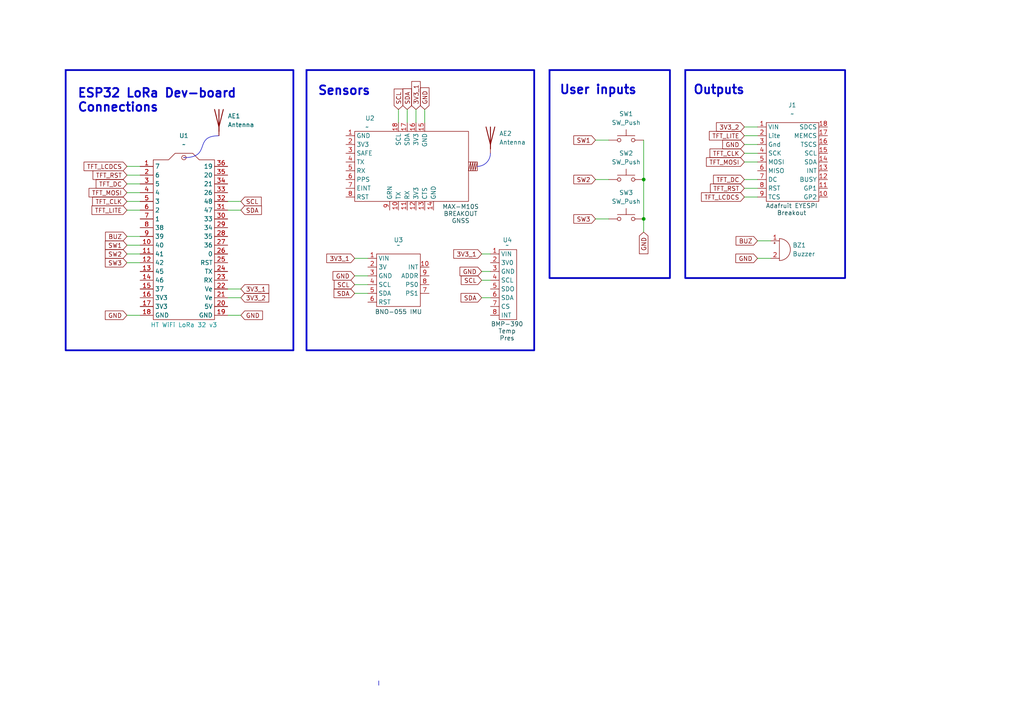
<source format=kicad_sch>
(kicad_sch (version 20250114) (generator "eeschema") (generator_version "9.0")
  (paper "A4")
  (title_block (title "Ski Trax Electronic Schematic") (date "2025-11-06") (rev "v01") (comment 1 "Author: Andrew McKnight"))
  (lib_symbols
    (symbol "Device:Antenna" (pin_numbers (hide yes)) (pin_names (offset 1.016) (hide yes))
      (property "Reference" "AE" (at -1.905 1.905 0))
      (property "Value" "Antenna" (at -1.905 0 0))
      (symbol "Antenna_0_1"
        (polyline (pts (xy 0 2.54) (xy 0 -3.81)) (stroke (width 0.254)))
        (polyline (pts (xy 1.27 2.54) (xy 0 -2.54) (xy -1.27 2.54)) (stroke (width 0.254)))
      )
      (symbol "Antenna_1_1"
        (pin input line (at 0 -5.08 90) (length 2.54) (name "A") (number "1"))
      )
    )
    (symbol "Device:Buzzer" (pin_names (offset 0.0254) (hide yes))
      (property "Reference" "BZ" (at 3.81 1.27 0))
      (property "Value" "Buzzer" (at 3.81 -1.27 0))
      (symbol "Buzzer_0_1"
        (polyline (pts (xy -1.651 1.905) (xy -1.143 1.905)))
        (polyline (pts (xy -1.397 2.159) (xy -1.397 1.651)))
        (arc (start 0 3.175) (mid 3.1612 0) (end 0 -3.175))
        (polyline (pts (xy 0 3.175) (xy 0 -3.175)))
      )
      (symbol "Buzzer_1_1"
        (pin passive line (at -2.54 2.54 0) (length 2.54) (name "+") (number "1"))
        (pin passive line (at -2.54 -2.54 0) (length 2.54) (name "-") (number "2"))
      )
    )
    (symbol "Switch:SW_Push" (pin_numbers (hide yes)) (pin_names (offset 1.016) (hide yes))
      (property "Reference" "SW" (at 1.27 2.54 0))
      (property "Value" "SW_Push" (at 0 -1.524 0))
      (symbol "SW_Push_0_1"
        (circle (center -2.032 0) (radius 0.508))
        (polyline (pts (xy 0 1.27) (xy 0 3.048)))
        (circle (center 2.032 0) (radius 0.508))
        (polyline (pts (xy 2.54 1.27) (xy -2.54 1.27)))
        (pin passive line (at -5.08 0 0) (length 2.54) (name "1") (number "1"))
        (pin passive line (at 5.08 0 180) (length 2.54) (name "2") (number "2"))
      )
    )
    (symbol "ski_trax:Adafruit_EYESPI_breakout"
      (property "Reference" "J" (at -0.254 12.7 0))
      (symbol "Adafruit_EYESPI_breakout_0_1"
        (polyline (pts (xy -7.62 11.43) (xy -7.62 -11.43) (xy 7.62 -11.43) (xy 7.62 11.43) (xy -7.62 11.43)))
      )
      (symbol "Adafruit_EYESPI_breakout_1_0"
        (pin passive line (at -10.16 10.16 0) (length 2.54) (name "VIN") (number "1"))
        (pin passive line (at -10.16 7.62 0) (length 2.54) (name "Lite") (number "2"))
        (pin passive line (at -10.16 5.08 0) (length 2.54) (name "Gnd") (number "3"))
        (pin passive line (at -10.16 2.54 0) (length 2.54) (name "SCK") (number "4"))
        (pin passive line (at -10.16 0 0) (length 2.54) (name "MOSI") (number "5"))
        (pin passive line (at -10.16 -2.54 0) (length 2.54) (name "MISO") (number "6"))
        (pin passive line (at -10.16 -5.08 0) (length 2.54) (name "DC") (number "7"))
        (pin passive line (at -10.16 -7.62 0) (length 2.54) (name "RST") (number "8"))
        (pin passive line (at -10.16 -10.16 0) (length 2.54) (name "TCS") (number "9"))
        (pin passive line (at 10.16 10.16 180) (length 2.54) (name "SDCS") (number "18"))
        (pin passive line (at 10.16 7.62 180) (length 2.54) (name "MEMCS") (number "17"))
        (pin passive line (at 10.16 5.08 180) (length 2.54) (name "TSCS") (number "16"))
        (pin passive line (at 10.16 2.54 180) (length 2.54) (name "SCL") (number "15"))
        (pin passive line (at 10.16 0 180) (length 2.54) (name "SDA") (number "14"))
        (pin passive line (at 10.16 -2.54 180) (length 2.54) (name "INT") (number "13"))
        (pin passive line (at 10.16 -5.08 180) (length 2.54) (name "BUSY") (number "12"))
        (pin passive line (at 10.16 -7.62 180) (length 2.54) (name "GP1") (number "11"))
        (pin passive line (at 10.16 -10.16 180) (length 2.54) (name "GP2") (number "10"))
      )
      (symbol "Adafruit_EYESPI_breakout_1_1"
        (text "Adafruit EYESPI\nBreakout" (at -0.254 -13.716 0) (effects (font (size 1.27 1.27))))
      )
    )
    (symbol "ski_trax:BMP390"
      (property "Reference" "U" (at 0 11.43 0))
      (symbol "BMP390_0_1"
        (polyline (pts (xy -2.54 10.16) (xy -2.54 -10.16) (xy 2.54 -10.16) (xy 2.54 10.16) (xy -2.54 10.16)))
      )
      (symbol "BMP390_1_0"
        (pin passive line (at -5.08 8.89 0) (length 2.54) (name "VIN") (number "1"))
        (pin passive line (at -5.08 6.35 0) (length 2.54) (name "3V0") (number "2"))
        (pin passive line (at -5.08 3.81 0) (length 2.54) (name "GND") (number "3"))
        (pin passive line (at -5.08 1.27 0) (length 2.54) (name "SCL") (number "4"))
        (pin passive line (at -5.08 -1.27 0) (length 2.54) (name "SDO") (number "5"))
        (pin passive line (at -5.08 -3.81 0) (length 2.54) (name "SDA") (number "6"))
        (pin passive line (at -5.08 -6.35 0) (length 2.54) (name "CS") (number "7"))
        (pin passive line (at -5.08 -8.89 0) (length 2.54) (name "INT") (number "8"))
      )
      (symbol "BMP390_1_1"
        (text "BMP-390\nTemp\nPres\n" (at -0.254 -13.462 0) (effects (font (size 1.27 1.27))))
      )
    )
    (symbol "ski_trax:BNO055"
      (property "Reference" "U" (at 0 8.89 0))
      (symbol "BNO055_0_1"
        (polyline (pts (xy -6.35 7.62) (xy -6.35 -7.62) (xy 6.35 -7.62) (xy 6.35 7.62) (xy -6.35 7.62)))
      )
      (symbol "BNO055_1_0"
        (pin passive line (at -8.89 6.35 0) (length 2.54) (name "VIN") (number "1"))
        (pin passive line (at -8.89 3.81 0) (length 2.54) (name "3V") (number "2"))
        (pin passive line (at -8.89 1.27 0) (length 2.54) (name "GND") (number "3"))
        (pin passive line (at -8.89 -1.27 0) (length 2.54) (name "SCL") (number "4"))
        (pin passive line (at -8.89 -3.81 0) (length 2.54) (name "SDA") (number "5"))
        (pin passive line (at -8.89 -6.35 0) (length 2.54) (name "RST") (number "6"))
        (pin passive line (at 8.89 3.81 180) (length 2.54) (name "INT") (number "10"))
        (pin passive line (at 8.89 1.27 180) (length 2.54) (name "ADDR") (number "9"))
        (pin passive line (at 8.89 -1.27 180) (length 2.54) (name "PS0") (number "8"))
        (pin passive line (at 8.89 -3.81 180) (length 2.54) (name "PS1") (number "7"))
      )
      (symbol "BNO055_1_1"
        (text "BNO-055 IMU" (at 0 -9.144 0) (effects (font (size 1.27 1.27))))
      )
    )
    (symbol "ski_trax:ht_wifi_lora_32_v3"
      (property "Reference" "U" (at 0 26.416 0))
      (symbol "ht_wifi_lora_32_v3_0_1"
        (polyline (pts (xy -8.89 -22.86) (xy 8.89 -22.86) (xy 8.89 23.495) (xy 4.445 23.495) (xy 2.54 25.4) (xy -2.54 25.4) (xy -4.445 23.495) (xy -8.89 23.495) (xy -8.89 -22.86)))
        (circle (center 0 24.13) (radius 0.0003))
        (circle (center 0 24.13) (radius 0.635))
      )
      (symbol "ht_wifi_lora_32_v3_1_0"
        (pin unspecified line (at -12.7 21.59 0) (length 3.81) (name "7") (number "1"))
        (pin unspecified line (at -12.7 19.05 0) (length 3.81) (name "6") (number "2"))
        (pin unspecified line (at -12.7 16.51 0) (length 3.81) (name "5") (number "3"))
        (pin unspecified line (at -12.7 13.97 0) (length 3.81) (name "4") (number "4"))
        (pin unspecified line (at -12.7 11.43 0) (length 3.81) (name "3") (number "5"))
        (pin unspecified line (at -12.7 8.89 0) (length 3.81) (name "2") (number "6"))
        (pin unspecified line (at -12.7 6.35 0) (length 3.81) (name "1") (number "7"))
        (pin unspecified line (at -12.7 3.81 0) (length 3.81) (name "38") (number "8"))
        (pin unspecified line (at -12.7 1.27 0) (length 3.81) (name "39") (number "9"))
        (pin unspecified line (at -12.7 -1.27 0) (length 3.81) (name "40") (number "10"))
        (pin unspecified line (at -12.7 -3.81 0) (length 3.81) (name "41") (number "11"))
        (pin unspecified line (at -12.7 -6.35 0) (length 3.81) (name "42") (number "12"))
        (pin unspecified line (at -12.7 -8.89 0) (length 3.81) (name "45") (number "13"))
        (pin unspecified line (at -12.7 -11.43 0) (length 3.81) (name "46") (number "14"))
        (pin unspecified line (at -12.7 -13.97 0) (length 3.81) (name "37") (number "15"))
        (pin unspecified line (at -12.7 -16.51 0) (length 3.81) (name "3V3") (number "16"))
        (pin unspecified line (at -12.7 -19.05 0) (length 3.81) (name "3V3") (number "17"))
        (pin unspecified line (at -12.7 -21.59 0) (length 3.81) (name "GND") (number "18"))
        (pin unspecified line (at 12.7 21.59 180) (length 3.81) (name "19") (number "36"))
        (pin unspecified line (at 12.7 19.05 180) (length 3.81) (name "20") (number "35"))
        (pin unspecified line (at 12.7 16.51 180) (length 3.81) (name "21") (number "34"))
        (pin unspecified line (at 12.7 13.97 180) (length 3.81) (name "26") (number "33"))
        (pin unspecified line (at 12.7 11.43 180) (length 3.81) (name "48") (number "32"))
        (pin unspecified line (at 12.7 8.89 180) (length 3.81) (name "47") (number "31"))
        (pin unspecified line (at 12.7 6.35 180) (length 3.81) (name "33") (number "30"))
        (pin unspecified line (at 12.7 3.81 180) (length 3.81) (name "34") (number "29"))
        (pin unspecified line (at 12.7 1.27 180) (length 3.81) (name "35") (number "28"))
        (pin unspecified line (at 12.7 -1.27 180) (length 3.81) (name "36") (number "27"))
        (pin unspecified line (at 12.7 -3.81 180) (length 3.81) (name "0") (number "26"))
        (pin unspecified line (at 12.7 -6.35 180) (length 3.81) (name "RST") (number "25"))
        (pin unspecified line (at 12.7 -8.89 180) (length 3.81) (name "TX") (number "24"))
        (pin unspecified line (at 12.7 -11.43 180) (length 3.81) (name "RX") (number "23"))
        (pin unspecified line (at 12.7 -13.97 180) (length 3.81) (name "Ve") (number "22"))
        (pin unspecified line (at 12.7 -16.51 180) (length 3.81) (name "Ve") (number "21"))
        (pin unspecified line (at 12.7 -19.05 180) (length 3.81) (name "5V") (number "20"))
        (pin unspecified line (at 12.7 -21.59 180) (length 3.81) (name "GND") (number "19"))
      )
      (symbol "ht_wifi_lora_32_v3_1_1"
        (text "HT WiFi LoRa 32 v3" (at 0 -24.384 0) (effects (font (size 1.27 1.27))))
      )
    )
    (symbol "ski_trax:sparkfun_max_m10s_breakout"
      (property "Reference" "U" (at -10.668 11.684 0))
      (symbol "sparkfun_max_m10s_breakout_0_1"
        (rectangle (start -16.51 10.16) (end 16.51 -10.16))
        (polyline (pts (xy 16.51 -1.27) (xy 19.05 -1.27) (xy 19.05 1.27) (xy 16.51 1.27)))
        (polyline (pts (xy 16.51 -1.27) (xy 17.145 1.27) (xy 17.145 -1.27) (xy 17.78 1.27) (xy 17.78 -1.27) (xy 18.415 1.27) (xy 18.415 -1.27) (xy 19.05 1.27)))
      )
      (symbol "sparkfun_max_m10s_breakout_1_0"
        (pin passive line (at -19.05 8.89 0) (length 2.54) (name "GND") (number "1"))
        (pin passive line (at -19.05 6.35 0) (length 2.54) (name "3V3") (number "2"))
        (pin passive line (at -19.05 3.81 0) (length 2.54) (name "SAFE") (number "3"))
        (pin passive line (at -19.05 1.27 0) (length 2.54) (name "TX") (number "4"))
        (pin passive line (at -19.05 -1.27 0) (length 2.54) (name "RX") (number "5"))
        (pin passive line (at -19.05 -3.81 0) (length 2.54) (name "PPS") (number "6"))
        (pin passive line (at -19.05 -6.35 0) (length 2.54) (name "EINT") (number "7"))
        (pin passive line (at -19.05 -8.89 0) (length 2.54) (name "RST") (number "8"))
        (pin passive line (at -6.35 -12.7 90) (length 2.54) (name "GRN") (number "9"))
        (pin passive line (at -3.81 12.7 270) (length 2.54) (name "SCL") (number "18"))
        (pin passive line (at -3.81 -12.7 90) (length 2.54) (name "TX") (number "10"))
        (pin passive line (at -1.27 12.7 270) (length 2.54) (name "SDA") (number "17"))
        (pin passive line (at -1.27 -12.7 90) (length 2.54) (name "RX") (number "11"))
        (pin passive line (at 1.27 12.7 270) (length 2.54) (name "3V3") (number "16"))
        (pin passive line (at 1.27 -12.7 90) (length 2.54) (name "3V3") (number "12"))
        (pin passive line (at 3.81 12.7 270) (length 2.54) (name "GND") (number "15"))
        (pin passive line (at 3.81 -12.7 90) (length 2.54) (name "CTS") (number "13"))
        (pin passive line (at 6.35 -12.7 90) (length 2.54) (name "GND") (number "14"))
      )
      (symbol "sparkfun_max_m10s_breakout_1_1"
        (text "MAX-M10S\nBREAKOUT\nGNSS" (at 14.224 -13.716 0) (effects (font (size 1.27 1.27))))
      )
    )
  )
  (rectangle (start 19.05 20.32) (end 85.09 101.6) (stroke (width 0.508)))
  (rectangle (start 88.9 20.32) (end 154.94 101.6) (stroke (width 0.508)))
  (rectangle (start 198.755 20.32) (end 245.11 80.645) (stroke (width 0.508)))
  (bezier (pts (xy 53.34 45.72) (xy 61.595 45.72) (xy 55.88 39.37) (xy 63.5 39.37)))
  (arc (start 142.24 44.45) (mid 141.1241 47.1441) (end 138.43 48.26))
  (rectangle (start 159.385 20.32) (end 194.31 80.645) (stroke (width 0.508)))
  (text "User inputs\n" (at 173.482 26.162 0) (effects (font (size 2.54 2.54) (thickness 0.508) (bold yes))))
  (text "Outputs" (at 208.534 26.162 0) (effects (font (size 2.54 2.54) (thickness 0.508) (bold yes))))
  (text "Sensors" (at 99.822 26.416 0) (effects (font (size 2.54 2.54) (thickness 0.508) (bold yes))))
  (text "ESP32 LoRa Dev-board \nConnections\n" (at 22.352 29.21 0) (effects (font (size 2.54 2.54) (thickness 0.508) (bold yes)) (justify left)))
  (junction (at 186.69 52.07))
  (junction (at 186.69 63.5))
  (wire (pts (xy 215.9 52.07) (xy 219.71 52.07)))
  (wire (pts (xy 36.83 73.66) (xy 40.64 73.66)))
  (wire (pts (xy 36.83 60.96) (xy 40.64 60.96)))
  (wire (pts (xy 36.83 58.42) (xy 40.64 58.42)))
  (wire (pts (xy 219.71 69.85) (xy 223.52 69.85)))
  (wire (pts (xy 69.85 83.82) (xy 66.04 83.82)))
  (wire (pts (xy 120.65 31.75) (xy 120.65 35.56)))
  (wire (pts (xy 66.04 91.44) (xy 69.85 91.44)))
  (wire (pts (xy 69.85 58.42) (xy 66.04 58.42)))
  (wire (pts (xy 172.72 40.64) (xy 176.53 40.64)))
  (wire (pts (xy 215.9 41.91) (xy 219.71 41.91)))
  (wire (pts (xy 186.69 40.64) (xy 186.69 52.07)))
  (wire (pts (xy 172.72 52.07) (xy 176.53 52.07)))
  (wire (pts (xy 36.83 76.2) (xy 40.64 76.2)))
  (wire (pts (xy 186.69 67.31) (xy 186.69 63.5)))
  (wire (pts (xy 36.83 68.58) (xy 40.64 68.58)))
  (wire (pts (xy 36.83 91.44) (xy 40.64 91.44)))
  (wire (pts (xy 69.85 60.96) (xy 66.04 60.96)))
  (wire (pts (xy 219.71 74.93) (xy 223.52 74.93)))
  (wire (pts (xy 102.87 85.09) (xy 106.68 85.09)))
  (wire (pts (xy 36.83 50.8) (xy 40.64 50.8)))
  (wire (pts (xy 36.83 55.88) (xy 40.64 55.88)))
  (wire (pts (xy 69.85 86.36) (xy 66.04 86.36)))
  (wire (pts (xy 215.9 54.61) (xy 219.71 54.61)))
  (wire (pts (xy 36.83 48.26) (xy 40.64 48.26)))
  (wire (pts (xy 215.9 36.83) (xy 219.71 36.83)))
  (wire (pts (xy 215.9 39.37) (xy 219.71 39.37)))
  (wire (pts (xy 186.69 52.07) (xy 186.69 63.5)))
  (wire (pts (xy 139.7 78.74) (xy 142.24 78.74)))
  (wire (pts (xy 139.7 73.66) (xy 142.24 73.66)))
  (wire (pts (xy 102.87 82.55) (xy 106.68 82.55)))
  (wire (pts (xy 215.9 46.99) (xy 219.71 46.99)))
  (wire (pts (xy 172.72 63.5) (xy 176.53 63.5)))
  (wire (pts (xy 102.87 80.01) (xy 106.68 80.01)))
  (wire (pts (xy 123.19 31.75) (xy 123.19 35.56)))
  (wire (pts (xy 139.7 86.36) (xy 142.24 86.36)))
  (wire (pts (xy 102.87 74.93) (xy 106.68 74.93)))
  (wire (pts (xy 139.7 81.28) (xy 142.24 81.28)))
  (wire (pts (xy 36.83 53.34) (xy 40.64 53.34)))
  (wire (pts (xy 36.83 71.12) (xy 40.64 71.12)))
  (polyline (pts (xy 109.855 197.485) (xy 109.855 198.755)))
  (wire (pts (xy 215.9 57.15) (xy 219.71 57.15)))
  (wire (pts (xy 118.11 31.75) (xy 118.11 35.56)))
  (wire (pts (xy 115.57 31.75) (xy 115.57 35.56)))
  (wire (pts (xy 215.9 44.45) (xy 219.71 44.45)))
  (global_label "TFT_MOSI" (shape input) (at 215.9 46.99 180) (property "Intersheetrefs" "${INTERSHEET_REFS}" (effects (hide yes))))
  (global_label "TFT_DC" (shape input) (at 36.83 53.34 180) (property "Intersheetrefs" "${INTERSHEET_REFS}" (effects (hide yes))))
  (global_label "GND" (shape input) (at 123.19 31.75 90) (property "Intersheetrefs" "${INTERSHEET_REFS}" (effects (hide yes))))
  (global_label "GND" (shape input) (at 186.69 67.31 270) (property "Intersheetrefs" "${INTERSHEET_REFS}" (effects (hide yes))))
  (global_label "TFT_RST" (shape input) (at 36.83 50.8 180) (property "Intersheetrefs" "${INTERSHEET_REFS}" (effects (hide yes))))
  (global_label "3V3_1" (shape input) (at 120.65 31.75 90) (property "Intersheetrefs" "${INTERSHEET_REFS}" (effects (hide yes))))
  (global_label "TFT_RST" (shape input) (at 215.9 54.61 180) (property "Intersheetrefs" "${INTERSHEET_REFS}" (effects (hide yes))))
  (global_label "TFT_LCDCS" (shape input) (at 215.9 57.15 180) (property "Intersheetrefs" "${INTERSHEET_REFS}" (effects (hide yes))))
  (global_label "TFT_MOSI" (shape input) (at 36.83 55.88 180) (property "Intersheetrefs" "${INTERSHEET_REFS}" (effects (hide yes))))
  (global_label "SCL" (shape input) (at 139.7 81.28 180) (property "Intersheetrefs" "${INTERSHEET_REFS}" (effects (hide yes))))
  (global_label "3V3_2" (shape input) (at 215.9 36.83 180) (property "Intersheetrefs" "${INTERSHEET_REFS}" (effects (hide yes))))
  (global_label "SDA" (shape input) (at 102.87 85.09 180) (property "Intersheetrefs" "${INTERSHEET_REFS}" (effects (hide yes))))
  (global_label "SW2" (shape input) (at 36.83 73.66 180) (property "Intersheetrefs" "${INTERSHEET_REFS}" (effects (hide yes))))
  (global_label "3V3_1" (shape input) (at 139.7 73.66 180) (property "Intersheetrefs" "${INTERSHEET_REFS}" (effects (hide yes))))
  (global_label "SCL" (shape input) (at 115.57 31.75 90) (property "Intersheetrefs" "${INTERSHEET_REFS}" (effects (hide yes))))
  (global_label "TFT_LITE" (shape input) (at 36.83 60.96 180) (property "Intersheetrefs" "${INTERSHEET_REFS}" (effects (hide yes))))
  (global_label "TFT_LCDCS" (shape input) (at 36.83 48.26 180) (property "Intersheetrefs" "${INTERSHEET_REFS}" (effects (hide yes))))
  (global_label "3V3_2" (shape input) (at 69.85 86.36 0) (property "Intersheetrefs" "${INTERSHEET_REFS}" (effects (hide yes))))
  (global_label "SCL" (shape input) (at 102.87 82.55 180) (property "Intersheetrefs" "${INTERSHEET_REFS}" (effects (hide yes))))
  (global_label "SDA" (shape input) (at 139.7 86.36 180) (property "Intersheetrefs" "${INTERSHEET_REFS}" (effects (hide yes))))
  (global_label "SW3" (shape input) (at 172.72 63.5 180) (property "Intersheetrefs" "${INTERSHEET_REFS}" (effects (hide yes))))
  (global_label "SW3" (shape input) (at 36.83 76.2 180) (property "Intersheetrefs" "${INTERSHEET_REFS}" (effects (hide yes))))
  (global_label "SDA" (shape input) (at 118.11 31.75 90) (property "Intersheetrefs" "${INTERSHEET_REFS}" (effects (hide yes))))
  (global_label "GND" (shape input) (at 36.83 91.44 180) (property "Intersheetrefs" "${INTERSHEET_REFS}" (effects (hide yes))))
  (global_label "BUZ" (shape input) (at 219.71 69.85 180) (property "Intersheetrefs" "${INTERSHEET_REFS}" (effects (hide yes))))
  (global_label "SW1" (shape input) (at 36.83 71.12 180) (property "Intersheetrefs" "${INTERSHEET_REFS}" (effects (hide yes))))
  (global_label "GND" (shape input) (at 69.85 91.44 0) (property "Intersheetrefs" "${INTERSHEET_REFS}" (effects (hide yes))))
  (global_label "SDA" (shape input) (at 69.85 60.96 0) (property "Intersheetrefs" "${INTERSHEET_REFS}" (effects (hide yes))))
  (global_label "GND" (shape input) (at 215.9 41.91 180) (property "Intersheetrefs" "${INTERSHEET_REFS}" (effects (hide yes))))
  (global_label "SCL" (shape input) (at 69.85 58.42 0) (property "Intersheetrefs" "${INTERSHEET_REFS}" (effects (hide yes))))
  (global_label "BUZ" (shape input) (at 36.83 68.58 180) (property "Intersheetrefs" "${INTERSHEET_REFS}" (effects (hide yes))))
  (global_label "GND" (shape input) (at 139.7 78.74 180) (property "Intersheetrefs" "${INTERSHEET_REFS}" (effects (hide yes))))
  (global_label "GND" (shape input) (at 102.87 80.01 180) (property "Intersheetrefs" "${INTERSHEET_REFS}" (effects (hide yes))))
  (global_label "3V3_1" (shape input) (at 69.85 83.82 0) (property "Intersheetrefs" "${INTERSHEET_REFS}" (effects (hide yes))))
  (global_label "GND" (shape input) (at 219.71 74.93 180) (property "Intersheetrefs" "${INTERSHEET_REFS}" (effects (hide yes))))
  (global_label "TFT_CLK" (shape input) (at 215.9 44.45 180) (property "Intersheetrefs" "${INTERSHEET_REFS}" (effects (hide yes))))
  (global_label "TFT_LITE" (shape input) (at 215.9 39.37 180) (property "Intersheetrefs" "${INTERSHEET_REFS}" (effects (hide yes))))
  (global_label "TFT_CLK" (shape input) (at 36.83 58.42 180) (property "Intersheetrefs" "${INTERSHEET_REFS}" (effects (hide yes))))
  (global_label "TFT_DC" (shape input) (at 215.9 52.07 180) (property "Intersheetrefs" "${INTERSHEET_REFS}" (effects (hide yes))))
  (global_label "SW2" (shape input) (at 172.72 52.07 180) (property "Intersheetrefs" "${INTERSHEET_REFS}" (effects (hide yes))))
  (global_label "SW1" (shape input) (at 172.72 40.64 180) (property "Intersheetrefs" "${INTERSHEET_REFS}" (effects (hide yes))))
  (global_label "3V3_1" (shape input) (at 102.87 74.93 180) (property "Intersheetrefs" "${INTERSHEET_REFS}" (effects (hide yes))))
  (symbol (lib_id "Switch:SW_Push") (at 181.61 40.64 0) (unit 1)
    (property "Reference" "SW1" (at 181.61 33.02 0))
    (property "Value" "SW_Push" (at 181.61 35.56 0))
    (property "Footprint" "Button_Switch_THT:SW_PUSH_6mm" (effects (hide yes)))
    (property "Description" "Push button switch, generic, two pins" (effects (hide yes)))
  )
  (symbol (lib_id "Switch:SW_Push") (at 181.61 52.07 0) (unit 1)
    (property "Reference" "SW2" (at 181.61 44.45 0))
    (property "Value" "SW_Push" (at 181.61 46.99 0))
    (property "Footprint" "Button_Switch_THT:SW_PUSH_6mm" (effects (hide yes)))
    (property "Description" "Push button switch, generic, two pins" (effects (hide yes)))
  )
  (symbol (lib_id "Device:Buzzer") (at 226.06 72.39 0) (unit 1)
    (property "Reference" "BZ1" (at 229.87 71.1199 0) (effects (justify left)))
    (property "Value" "Buzzer" (at 229.87 73.6599 0) (effects (justify left)))
    (property "Footprint" "Buzzer_Beeper:Buzzer_12x9.5RM7.6" (effects (hide yes)))
    (property "Description" "Buzzer, polarized" (effects (hide yes)))
  )
  (symbol (lib_id "ski_trax:sparkfun_max_m10s_breakout") (at 119.38 48.26 0) (unit 1)
    (property "Reference" "U2" (at 105.918 34.29 0) (effects (justify left)))
    (property "Value" "~" (at 105.918 36.83 0) (effects (justify left)))
    (property "Footprint" "ski_trax:sparkfun_max_m10s_breakout" (effects (hide yes)))
  )
  (symbol (lib_id "Device:Antenna") (at 63.5 34.29 0) (unit 1) (on_board no)
    (property "Reference" "AE1" (at 66.04 33.6549 0) (effects (justify left)))
    (property "Value" "Antenna" (at 66.04 36.1949 0) (effects (justify left)))
    (property "Description" "Antenna" (effects (hide yes)))
  )
  (symbol (lib_id "ski_trax:ht_wifi_lora_32_v3") (at 53.34 69.85 0) (unit 1)
    (property "Reference" "U1" (at 53.34 39.37 0))
    (property "Value" "~" (at 53.34 41.91 0))
    (property "Footprint" "ski_trax:Heltec_WiFi_LoRa_32_v3" (effects (hide yes)))
  )
  (symbol (lib_id "Device:Antenna") (at 142.24 39.37 0) (unit 1) (on_board no)
    (property "Reference" "AE2" (at 144.78 38.7349 0) (effects (justify left)))
    (property "Value" "Antenna" (at 144.78 41.2749 0) (effects (justify left)))
    (property "Description" "Antenna" (effects (hide yes)))
  )
  (symbol (lib_id "Switch:SW_Push") (at 181.61 63.5 0) (unit 1)
    (property "Reference" "SW3" (at 181.61 55.88 0))
    (property "Value" "SW_Push" (at 181.61 58.42 0))
    (property "Footprint" "Button_Switch_THT:SW_PUSH_6mm" (effects (hide yes)))
    (property "Description" "Push button switch, generic, two pins" (effects (hide yes)))
  )
  (symbol (lib_id "ski_trax:BMP390") (at 147.32 82.55 0) (unit 1)
    (property "Reference" "U4" (at 145.796 69.596 0) (effects (justify left)))
    (property "Value" "~" (at 146.558 71.12 0) (effects (justify left)))
    (property "Footprint" "ski_trax:Adafruit_BMP390" (effects (hide yes)))
  )
  (symbol (lib_id "ski_trax:Adafruit_EYESPI_breakout") (at 229.87 46.99 0) (unit 1)
    (property "Reference" "J1" (at 229.7933 30.48 0))
    (property "Value" "~" (at 229.7933 33.02 0))
    (property "Footprint" "ski_trax:Adafruit_EYESPI_Breakout" (effects (hide yes)))
  )
  (symbol (lib_id "ski_trax:BNO055") (at 115.57 81.28 0) (unit 1)
    (property "Reference" "U3" (at 115.57 69.596 0))
    (property "Value" "~" (at 115.57 71.12 0))
    (property "Footprint" "ski_trax:Adafruit_BNO055" (effects (hide yes)))
  )
)
</source>
